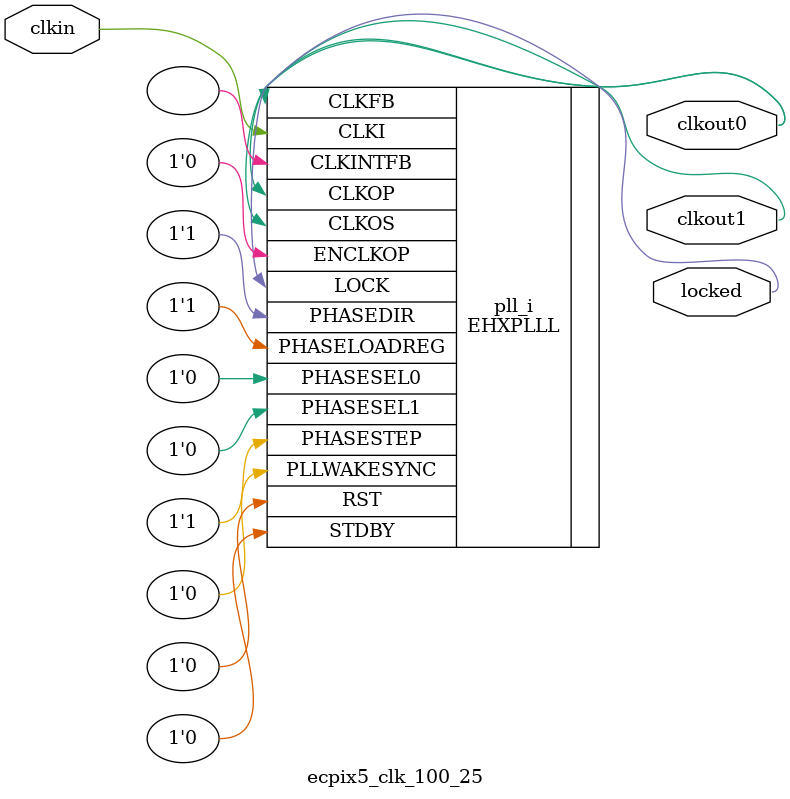
<source format=v>
module ecpix5_clk_100_25
(
    input clkin, // 100 MHz, 0 deg
    output clkout0, // 100 MHz, 0 deg
    output clkout1, // 25 MHz, 0 deg
    output locked
);
(* FREQUENCY_PIN_CLKI="100" *)
(* FREQUENCY_PIN_CLKOP="100" *)
(* FREQUENCY_PIN_CLKOS="25" *)
(* ICP_CURRENT="12" *) (* LPF_RESISTOR="8" *) (* MFG_ENABLE_FILTEROPAMP="1" *) (* MFG_GMCREF_SEL="2" *)
EHXPLLL #(
        .PLLRST_ENA("DISABLED"),
        .INTFB_WAKE("DISABLED"),
        .STDBY_ENABLE("DISABLED"),
        .DPHASE_SOURCE("DISABLED"),
        .OUTDIVIDER_MUXA("DIVA"),
        .OUTDIVIDER_MUXB("DIVB"),
        .OUTDIVIDER_MUXC("DIVC"),
        .OUTDIVIDER_MUXD("DIVD"),
        .CLKI_DIV(1),
        .CLKOP_ENABLE("ENABLED"),
        .CLKOP_DIV(6),
        .CLKOP_CPHASE(2),
        .CLKOP_FPHASE(0),
        .CLKOS_ENABLE("ENABLED"),
        .CLKOS_DIV(24),
        .CLKOS_CPHASE(2),
        .CLKOS_FPHASE(0),
        .FEEDBK_PATH("CLKOP"),
        .CLKFB_DIV(1)
    ) pll_i (
        .RST(1'b0),
        .STDBY(1'b0),
        .CLKI(clkin),
        .CLKOP(clkout0),
        .CLKOS(clkout1),
        .CLKFB(clkout0),
        .CLKINTFB(),
        .PHASESEL0(1'b0),
        .PHASESEL1(1'b0),
        .PHASEDIR(1'b1),
        .PHASESTEP(1'b1),
        .PHASELOADREG(1'b1),
        .PLLWAKESYNC(1'b0),
        .ENCLKOP(1'b0),
        .LOCK(locked)
	);
endmodule

</source>
